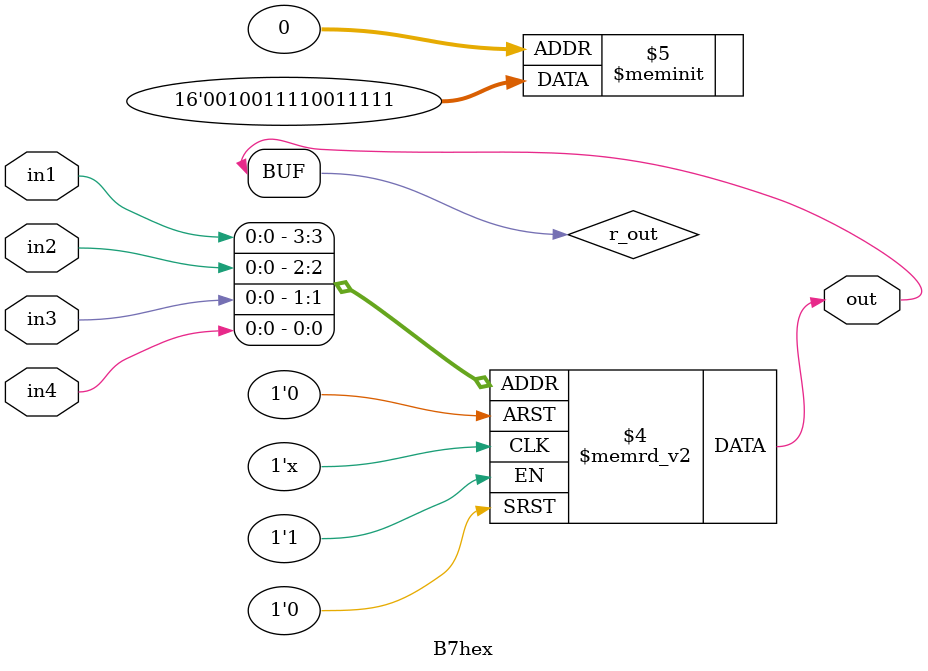
<source format=v>
module B7hex(output out, input in1, in2, in3, in4);
  reg r_out;
  assign out = r_out;
  always@(in1, in2, in3, in4)
    begin
      case({in1, in2, in3, in4})
        4'b0000: out = 1'b1;
        4'b0001: out = 1'b1;
        4'b0010: out = 1'b1;
        4'b0011: out = 1'b1;
        4'b0100: out = 1'b1;
        4'b0101: out = 1'b0;
        4'b0110: out = 1'b0;
        4'b0111: out = 1'b1;
	4'b1000: out = 1'b1;
        4'b1001: out = 1'b1;
        4'b1010: out = 1'b1;
        4'b1011: out = 1'b0;
        4'b1100: out = 1'b0;
        4'b1101: out = 1'b1;
        4'b1110: out = 1'b0;
        4'b1111: out = 1'b0;
	
        default: out = 1'b0;
      endcase
    end
endmodule

</source>
